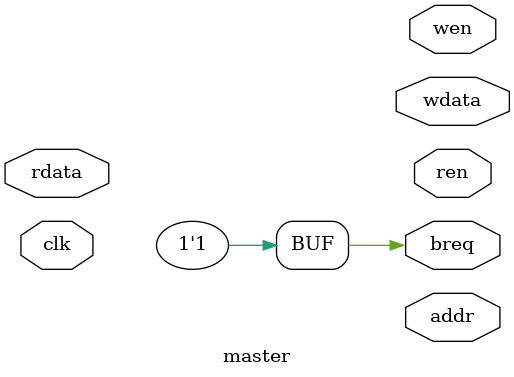
<source format=v>
module master #(parameter ADDR_WIDTH = 16, DATA_WIDTH = 32)
(

	input clk,
	input [DATA_WIDTH-1:0] rdata, //read deata from slave
	
	output [ADDR_WIDTH-1:0] addr, //adress of slave memory
	output [DATA_WIDTH-1:0] wdata, //data to be written in slave
	output breq,  //bus grant signal
	output wen, ren  //for slave
);


//if need to access bus 
assign breq = 1; 


endmodule

</source>
